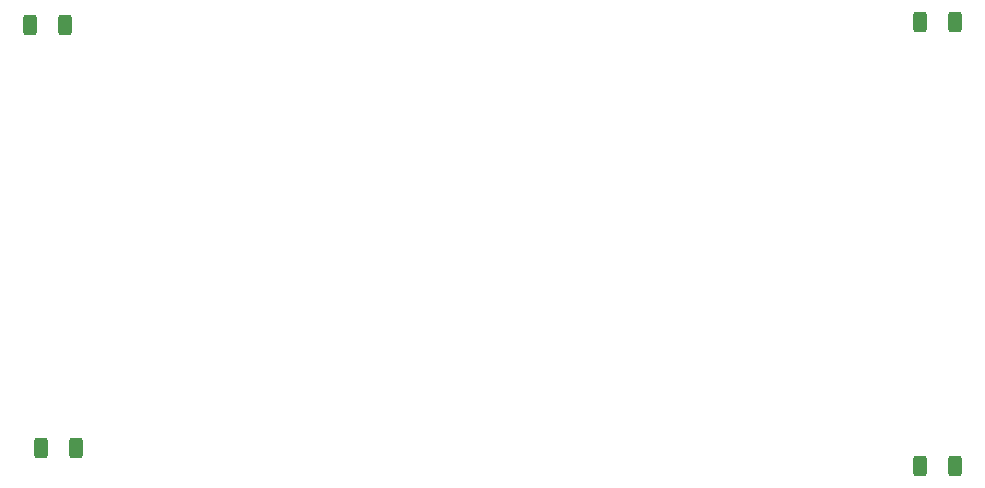
<source format=gbp>
G04 #@! TF.GenerationSoftware,KiCad,Pcbnew,8.0.4*
G04 #@! TF.CreationDate,2024-08-16T09:26:53+02:00*
G04 #@! TF.ProjectId,Purrtico_TLA,50757272-7469-4636-9f5f-544c412e6b69,01*
G04 #@! TF.SameCoordinates,Original*
G04 #@! TF.FileFunction,Paste,Bot*
G04 #@! TF.FilePolarity,Positive*
%FSLAX46Y46*%
G04 Gerber Fmt 4.6, Leading zero omitted, Abs format (unit mm)*
G04 Created by KiCad (PCBNEW 8.0.4) date 2024-08-16 09:26:53*
%MOMM*%
%LPD*%
G01*
G04 APERTURE LIST*
G04 Aperture macros list*
%AMRoundRect*
0 Rectangle with rounded corners*
0 $1 Rounding radius*
0 $2 $3 $4 $5 $6 $7 $8 $9 X,Y pos of 4 corners*
0 Add a 4 corners polygon primitive as box body*
4,1,4,$2,$3,$4,$5,$6,$7,$8,$9,$2,$3,0*
0 Add four circle primitives for the rounded corners*
1,1,$1+$1,$2,$3*
1,1,$1+$1,$4,$5*
1,1,$1+$1,$6,$7*
1,1,$1+$1,$8,$9*
0 Add four rect primitives between the rounded corners*
20,1,$1+$1,$2,$3,$4,$5,0*
20,1,$1+$1,$4,$5,$6,$7,0*
20,1,$1+$1,$6,$7,$8,$9,0*
20,1,$1+$1,$8,$9,$2,$3,0*%
G04 Aperture macros list end*
%ADD10RoundRect,0.250000X-0.312500X-0.625000X0.312500X-0.625000X0.312500X0.625000X-0.312500X0.625000X0*%
%ADD11RoundRect,0.250000X0.312500X0.625000X-0.312500X0.625000X-0.312500X-0.625000X0.312500X-0.625000X0*%
G04 APERTURE END LIST*
D10*
X69465000Y-38862000D03*
X72390000Y-38862000D03*
X70419500Y-74676000D03*
X73344500Y-74676000D03*
D11*
X147766500Y-38608000D03*
X144841500Y-38608000D03*
X147766500Y-76200000D03*
X144841500Y-76200000D03*
M02*

</source>
